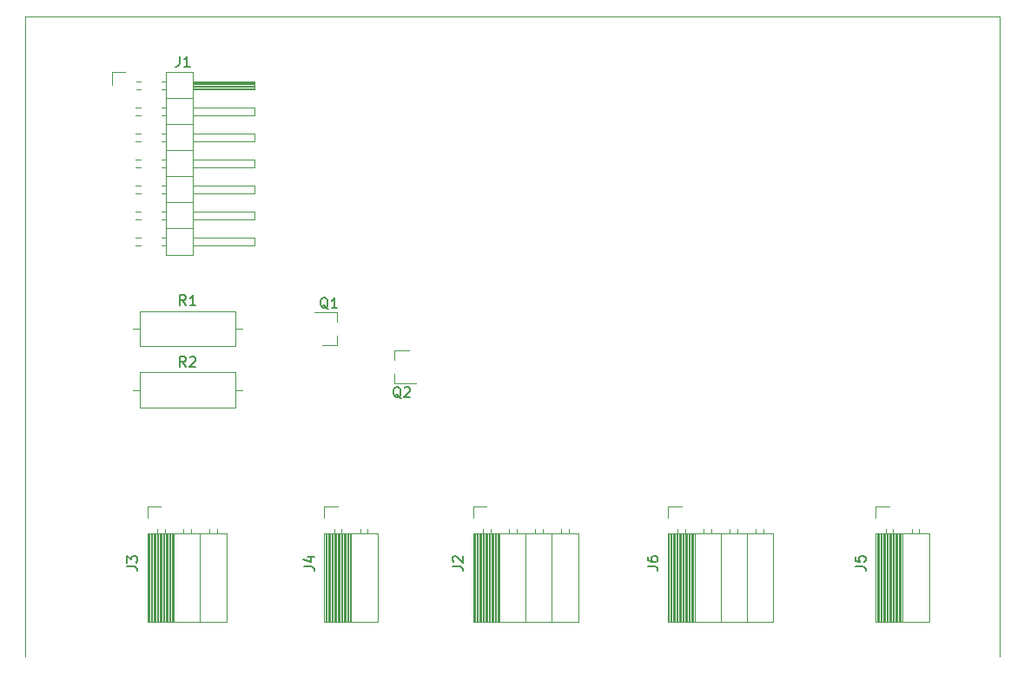
<source format=gbr>
G04 #@! TF.GenerationSoftware,KiCad,Pcbnew,(5.1.4)-1*
G04 #@! TF.CreationDate,2019-08-22T22:42:39+09:00*
G04 #@! TF.ProjectId,kagisys_shield,6b616769-7379-4735-9f73-6869656c642e,rev?*
G04 #@! TF.SameCoordinates,Original*
G04 #@! TF.FileFunction,Legend,Top*
G04 #@! TF.FilePolarity,Positive*
%FSLAX46Y46*%
G04 Gerber Fmt 4.6, Leading zero omitted, Abs format (unit mm)*
G04 Created by KiCad (PCBNEW (5.1.4)-1) date 2019-08-22 22:42:39*
%MOMM*%
%LPD*%
G04 APERTURE LIST*
%ADD10C,0.120000*%
%ADD11C,0.150000*%
G04 APERTURE END LIST*
D10*
X95000000Y-50000000D02*
X95000000Y-112500000D01*
X190000000Y-50000000D02*
X95000000Y-50000000D01*
X190000000Y-112500000D02*
X190000000Y-50000000D01*
X138790000Y-109090000D02*
X138790000Y-100460000D01*
X138908095Y-109090000D02*
X138908095Y-100460000D01*
X139026190Y-109090000D02*
X139026190Y-100460000D01*
X139144285Y-109090000D02*
X139144285Y-100460000D01*
X139262380Y-109090000D02*
X139262380Y-100460000D01*
X139380475Y-109090000D02*
X139380475Y-100460000D01*
X139498570Y-109090000D02*
X139498570Y-100460000D01*
X139616665Y-109090000D02*
X139616665Y-100460000D01*
X139734760Y-109090000D02*
X139734760Y-100460000D01*
X139852855Y-109090000D02*
X139852855Y-100460000D01*
X139970950Y-109090000D02*
X139970950Y-100460000D01*
X140089045Y-109090000D02*
X140089045Y-100460000D01*
X140207140Y-109090000D02*
X140207140Y-100460000D01*
X140325235Y-109090000D02*
X140325235Y-100460000D01*
X140443330Y-109090000D02*
X140443330Y-100460000D01*
X140561425Y-109090000D02*
X140561425Y-100460000D01*
X140679520Y-109090000D02*
X140679520Y-100460000D01*
X140797615Y-109090000D02*
X140797615Y-100460000D01*
X140915710Y-109090000D02*
X140915710Y-100460000D01*
X141033805Y-109090000D02*
X141033805Y-100460000D01*
X141151900Y-109090000D02*
X141151900Y-100460000D01*
X139640000Y-100460000D02*
X139640000Y-100110000D01*
X140360000Y-100460000D02*
X140360000Y-100110000D01*
X142180000Y-100460000D02*
X142180000Y-100050000D01*
X142900000Y-100460000D02*
X142900000Y-100050000D01*
X144720000Y-100460000D02*
X144720000Y-100050000D01*
X145440000Y-100460000D02*
X145440000Y-100050000D01*
X147260000Y-100460000D02*
X147260000Y-100050000D01*
X147980000Y-100460000D02*
X147980000Y-100050000D01*
X141270000Y-109090000D02*
X141270000Y-100460000D01*
X143810000Y-109090000D02*
X143810000Y-100460000D01*
X146350000Y-109090000D02*
X146350000Y-100460000D01*
X138670000Y-109090000D02*
X138670000Y-100460000D01*
X138670000Y-100460000D02*
X148950000Y-100460000D01*
X148950000Y-109090000D02*
X148950000Y-100460000D01*
X138670000Y-109090000D02*
X148950000Y-109090000D01*
X138670000Y-97890000D02*
X140000000Y-97890000D01*
X138670000Y-99000000D02*
X138670000Y-97890000D01*
X107040000Y-109090000D02*
X107040000Y-100460000D01*
X107158095Y-109090000D02*
X107158095Y-100460000D01*
X107276190Y-109090000D02*
X107276190Y-100460000D01*
X107394285Y-109090000D02*
X107394285Y-100460000D01*
X107512380Y-109090000D02*
X107512380Y-100460000D01*
X107630475Y-109090000D02*
X107630475Y-100460000D01*
X107748570Y-109090000D02*
X107748570Y-100460000D01*
X107866665Y-109090000D02*
X107866665Y-100460000D01*
X107984760Y-109090000D02*
X107984760Y-100460000D01*
X108102855Y-109090000D02*
X108102855Y-100460000D01*
X108220950Y-109090000D02*
X108220950Y-100460000D01*
X108339045Y-109090000D02*
X108339045Y-100460000D01*
X108457140Y-109090000D02*
X108457140Y-100460000D01*
X108575235Y-109090000D02*
X108575235Y-100460000D01*
X108693330Y-109090000D02*
X108693330Y-100460000D01*
X108811425Y-109090000D02*
X108811425Y-100460000D01*
X108929520Y-109090000D02*
X108929520Y-100460000D01*
X109047615Y-109090000D02*
X109047615Y-100460000D01*
X109165710Y-109090000D02*
X109165710Y-100460000D01*
X109283805Y-109090000D02*
X109283805Y-100460000D01*
X109401900Y-109090000D02*
X109401900Y-100460000D01*
X107890000Y-100460000D02*
X107890000Y-100110000D01*
X108610000Y-100460000D02*
X108610000Y-100110000D01*
X110430000Y-100460000D02*
X110430000Y-100050000D01*
X111150000Y-100460000D02*
X111150000Y-100050000D01*
X112970000Y-100460000D02*
X112970000Y-100050000D01*
X113690000Y-100460000D02*
X113690000Y-100050000D01*
X109520000Y-109090000D02*
X109520000Y-100460000D01*
X112060000Y-109090000D02*
X112060000Y-100460000D01*
X106920000Y-109090000D02*
X106920000Y-100460000D01*
X106920000Y-100460000D02*
X114660000Y-100460000D01*
X114660000Y-109090000D02*
X114660000Y-100460000D01*
X106920000Y-109090000D02*
X114660000Y-109090000D01*
X106920000Y-97890000D02*
X108250000Y-97890000D01*
X106920000Y-99000000D02*
X106920000Y-97890000D01*
X124290000Y-109090000D02*
X124290000Y-100460000D01*
X124408095Y-109090000D02*
X124408095Y-100460000D01*
X124526190Y-109090000D02*
X124526190Y-100460000D01*
X124644285Y-109090000D02*
X124644285Y-100460000D01*
X124762380Y-109090000D02*
X124762380Y-100460000D01*
X124880475Y-109090000D02*
X124880475Y-100460000D01*
X124998570Y-109090000D02*
X124998570Y-100460000D01*
X125116665Y-109090000D02*
X125116665Y-100460000D01*
X125234760Y-109090000D02*
X125234760Y-100460000D01*
X125352855Y-109090000D02*
X125352855Y-100460000D01*
X125470950Y-109090000D02*
X125470950Y-100460000D01*
X125589045Y-109090000D02*
X125589045Y-100460000D01*
X125707140Y-109090000D02*
X125707140Y-100460000D01*
X125825235Y-109090000D02*
X125825235Y-100460000D01*
X125943330Y-109090000D02*
X125943330Y-100460000D01*
X126061425Y-109090000D02*
X126061425Y-100460000D01*
X126179520Y-109090000D02*
X126179520Y-100460000D01*
X126297615Y-109090000D02*
X126297615Y-100460000D01*
X126415710Y-109090000D02*
X126415710Y-100460000D01*
X126533805Y-109090000D02*
X126533805Y-100460000D01*
X126651900Y-109090000D02*
X126651900Y-100460000D01*
X125140000Y-100460000D02*
X125140000Y-100110000D01*
X125860000Y-100460000D02*
X125860000Y-100110000D01*
X127680000Y-100460000D02*
X127680000Y-100050000D01*
X128400000Y-100460000D02*
X128400000Y-100050000D01*
X126770000Y-109090000D02*
X126770000Y-100460000D01*
X124170000Y-109090000D02*
X124170000Y-100460000D01*
X124170000Y-100460000D02*
X129370000Y-100460000D01*
X129370000Y-109090000D02*
X129370000Y-100460000D01*
X124170000Y-109090000D02*
X129370000Y-109090000D01*
X124170000Y-97890000D02*
X125500000Y-97890000D01*
X124170000Y-99000000D02*
X124170000Y-97890000D01*
X177920000Y-99000000D02*
X177920000Y-97890000D01*
X177920000Y-97890000D02*
X179250000Y-97890000D01*
X177920000Y-109090000D02*
X183120000Y-109090000D01*
X183120000Y-109090000D02*
X183120000Y-100460000D01*
X177920000Y-100460000D02*
X183120000Y-100460000D01*
X177920000Y-109090000D02*
X177920000Y-100460000D01*
X180520000Y-109090000D02*
X180520000Y-100460000D01*
X182150000Y-100460000D02*
X182150000Y-100050000D01*
X181430000Y-100460000D02*
X181430000Y-100050000D01*
X179610000Y-100460000D02*
X179610000Y-100110000D01*
X178890000Y-100460000D02*
X178890000Y-100110000D01*
X180401900Y-109090000D02*
X180401900Y-100460000D01*
X180283805Y-109090000D02*
X180283805Y-100460000D01*
X180165710Y-109090000D02*
X180165710Y-100460000D01*
X180047615Y-109090000D02*
X180047615Y-100460000D01*
X179929520Y-109090000D02*
X179929520Y-100460000D01*
X179811425Y-109090000D02*
X179811425Y-100460000D01*
X179693330Y-109090000D02*
X179693330Y-100460000D01*
X179575235Y-109090000D02*
X179575235Y-100460000D01*
X179457140Y-109090000D02*
X179457140Y-100460000D01*
X179339045Y-109090000D02*
X179339045Y-100460000D01*
X179220950Y-109090000D02*
X179220950Y-100460000D01*
X179102855Y-109090000D02*
X179102855Y-100460000D01*
X178984760Y-109090000D02*
X178984760Y-100460000D01*
X178866665Y-109090000D02*
X178866665Y-100460000D01*
X178748570Y-109090000D02*
X178748570Y-100460000D01*
X178630475Y-109090000D02*
X178630475Y-100460000D01*
X178512380Y-109090000D02*
X178512380Y-100460000D01*
X178394285Y-109090000D02*
X178394285Y-100460000D01*
X178276190Y-109090000D02*
X178276190Y-100460000D01*
X178158095Y-109090000D02*
X178158095Y-100460000D01*
X178040000Y-109090000D02*
X178040000Y-100460000D01*
X157670000Y-99000000D02*
X157670000Y-97890000D01*
X157670000Y-97890000D02*
X159000000Y-97890000D01*
X157670000Y-109090000D02*
X167950000Y-109090000D01*
X167950000Y-109090000D02*
X167950000Y-100460000D01*
X157670000Y-100460000D02*
X167950000Y-100460000D01*
X157670000Y-109090000D02*
X157670000Y-100460000D01*
X165350000Y-109090000D02*
X165350000Y-100460000D01*
X162810000Y-109090000D02*
X162810000Y-100460000D01*
X160270000Y-109090000D02*
X160270000Y-100460000D01*
X166980000Y-100460000D02*
X166980000Y-100050000D01*
X166260000Y-100460000D02*
X166260000Y-100050000D01*
X164440000Y-100460000D02*
X164440000Y-100050000D01*
X163720000Y-100460000D02*
X163720000Y-100050000D01*
X161900000Y-100460000D02*
X161900000Y-100050000D01*
X161180000Y-100460000D02*
X161180000Y-100050000D01*
X159360000Y-100460000D02*
X159360000Y-100110000D01*
X158640000Y-100460000D02*
X158640000Y-100110000D01*
X160151900Y-109090000D02*
X160151900Y-100460000D01*
X160033805Y-109090000D02*
X160033805Y-100460000D01*
X159915710Y-109090000D02*
X159915710Y-100460000D01*
X159797615Y-109090000D02*
X159797615Y-100460000D01*
X159679520Y-109090000D02*
X159679520Y-100460000D01*
X159561425Y-109090000D02*
X159561425Y-100460000D01*
X159443330Y-109090000D02*
X159443330Y-100460000D01*
X159325235Y-109090000D02*
X159325235Y-100460000D01*
X159207140Y-109090000D02*
X159207140Y-100460000D01*
X159089045Y-109090000D02*
X159089045Y-100460000D01*
X158970950Y-109090000D02*
X158970950Y-100460000D01*
X158852855Y-109090000D02*
X158852855Y-100460000D01*
X158734760Y-109090000D02*
X158734760Y-100460000D01*
X158616665Y-109090000D02*
X158616665Y-100460000D01*
X158498570Y-109090000D02*
X158498570Y-100460000D01*
X158380475Y-109090000D02*
X158380475Y-100460000D01*
X158262380Y-109090000D02*
X158262380Y-100460000D01*
X158144285Y-109090000D02*
X158144285Y-100460000D01*
X158026190Y-109090000D02*
X158026190Y-100460000D01*
X157908095Y-109090000D02*
X157908095Y-100460000D01*
X157790000Y-109090000D02*
X157790000Y-100460000D01*
X108730000Y-55420000D02*
X108730000Y-73320000D01*
X108730000Y-73320000D02*
X111390000Y-73320000D01*
X111390000Y-73320000D02*
X111390000Y-55420000D01*
X111390000Y-55420000D02*
X108730000Y-55420000D01*
X111390000Y-56370000D02*
X117390000Y-56370000D01*
X117390000Y-56370000D02*
X117390000Y-57130000D01*
X117390000Y-57130000D02*
X111390000Y-57130000D01*
X111390000Y-56430000D02*
X117390000Y-56430000D01*
X111390000Y-56550000D02*
X117390000Y-56550000D01*
X111390000Y-56670000D02*
X117390000Y-56670000D01*
X111390000Y-56790000D02*
X117390000Y-56790000D01*
X111390000Y-56910000D02*
X117390000Y-56910000D01*
X111390000Y-57030000D02*
X117390000Y-57030000D01*
X108332929Y-56370000D02*
X108730000Y-56370000D01*
X108332929Y-57130000D02*
X108730000Y-57130000D01*
X105860000Y-56370000D02*
X106247071Y-56370000D01*
X105860000Y-57130000D02*
X106247071Y-57130000D01*
X108730000Y-58020000D02*
X111390000Y-58020000D01*
X111390000Y-58910000D02*
X117390000Y-58910000D01*
X117390000Y-58910000D02*
X117390000Y-59670000D01*
X117390000Y-59670000D02*
X111390000Y-59670000D01*
X108332929Y-58910000D02*
X108730000Y-58910000D01*
X108332929Y-59670000D02*
X108730000Y-59670000D01*
X105792929Y-58910000D02*
X106247071Y-58910000D01*
X105792929Y-59670000D02*
X106247071Y-59670000D01*
X108730000Y-60560000D02*
X111390000Y-60560000D01*
X111390000Y-61450000D02*
X117390000Y-61450000D01*
X117390000Y-61450000D02*
X117390000Y-62210000D01*
X117390000Y-62210000D02*
X111390000Y-62210000D01*
X108332929Y-61450000D02*
X108730000Y-61450000D01*
X108332929Y-62210000D02*
X108730000Y-62210000D01*
X105792929Y-61450000D02*
X106247071Y-61450000D01*
X105792929Y-62210000D02*
X106247071Y-62210000D01*
X108730000Y-63100000D02*
X111390000Y-63100000D01*
X111390000Y-63990000D02*
X117390000Y-63990000D01*
X117390000Y-63990000D02*
X117390000Y-64750000D01*
X117390000Y-64750000D02*
X111390000Y-64750000D01*
X108332929Y-63990000D02*
X108730000Y-63990000D01*
X108332929Y-64750000D02*
X108730000Y-64750000D01*
X105792929Y-63990000D02*
X106247071Y-63990000D01*
X105792929Y-64750000D02*
X106247071Y-64750000D01*
X108730000Y-65640000D02*
X111390000Y-65640000D01*
X111390000Y-66530000D02*
X117390000Y-66530000D01*
X117390000Y-66530000D02*
X117390000Y-67290000D01*
X117390000Y-67290000D02*
X111390000Y-67290000D01*
X108332929Y-66530000D02*
X108730000Y-66530000D01*
X108332929Y-67290000D02*
X108730000Y-67290000D01*
X105792929Y-66530000D02*
X106247071Y-66530000D01*
X105792929Y-67290000D02*
X106247071Y-67290000D01*
X108730000Y-68180000D02*
X111390000Y-68180000D01*
X111390000Y-69070000D02*
X117390000Y-69070000D01*
X117390000Y-69070000D02*
X117390000Y-69830000D01*
X117390000Y-69830000D02*
X111390000Y-69830000D01*
X108332929Y-69070000D02*
X108730000Y-69070000D01*
X108332929Y-69830000D02*
X108730000Y-69830000D01*
X105792929Y-69070000D02*
X106247071Y-69070000D01*
X105792929Y-69830000D02*
X106247071Y-69830000D01*
X108730000Y-70720000D02*
X111390000Y-70720000D01*
X111390000Y-71610000D02*
X117390000Y-71610000D01*
X117390000Y-71610000D02*
X117390000Y-72370000D01*
X117390000Y-72370000D02*
X111390000Y-72370000D01*
X108332929Y-71610000D02*
X108730000Y-71610000D01*
X108332929Y-72370000D02*
X108730000Y-72370000D01*
X105792929Y-71610000D02*
X106247071Y-71610000D01*
X105792929Y-72370000D02*
X106247071Y-72370000D01*
X103480000Y-56750000D02*
X103480000Y-55480000D01*
X103480000Y-55480000D02*
X104750000Y-55480000D01*
X125395000Y-82107000D02*
X125395000Y-81177000D01*
X125395000Y-78947000D02*
X125395000Y-79877000D01*
X125395000Y-78947000D02*
X123235000Y-78947000D01*
X125395000Y-82107000D02*
X123935000Y-82107000D01*
X130990000Y-82670000D02*
X132450000Y-82670000D01*
X130990000Y-85830000D02*
X133150000Y-85830000D01*
X130990000Y-85830000D02*
X130990000Y-84900000D01*
X130990000Y-82670000D02*
X130990000Y-83600000D01*
X116160000Y-80500000D02*
X115470000Y-80500000D01*
X105540000Y-80500000D02*
X106230000Y-80500000D01*
X115470000Y-78780000D02*
X106230000Y-78780000D01*
X115470000Y-82220000D02*
X115470000Y-78780000D01*
X106230000Y-82220000D02*
X115470000Y-82220000D01*
X106230000Y-78780000D02*
X106230000Y-82220000D01*
X106230000Y-84780000D02*
X106230000Y-88220000D01*
X106230000Y-88220000D02*
X115470000Y-88220000D01*
X115470000Y-88220000D02*
X115470000Y-84780000D01*
X115470000Y-84780000D02*
X106230000Y-84780000D01*
X105540000Y-86500000D02*
X106230000Y-86500000D01*
X116160000Y-86500000D02*
X115470000Y-86500000D01*
D11*
X136682380Y-103713333D02*
X137396666Y-103713333D01*
X137539523Y-103760952D01*
X137634761Y-103856190D01*
X137682380Y-103999047D01*
X137682380Y-104094285D01*
X136777619Y-103284761D02*
X136730000Y-103237142D01*
X136682380Y-103141904D01*
X136682380Y-102903809D01*
X136730000Y-102808571D01*
X136777619Y-102760952D01*
X136872857Y-102713333D01*
X136968095Y-102713333D01*
X137110952Y-102760952D01*
X137682380Y-103332380D01*
X137682380Y-102713333D01*
X104932380Y-103713333D02*
X105646666Y-103713333D01*
X105789523Y-103760952D01*
X105884761Y-103856190D01*
X105932380Y-103999047D01*
X105932380Y-104094285D01*
X104932380Y-103332380D02*
X104932380Y-102713333D01*
X105313333Y-103046666D01*
X105313333Y-102903809D01*
X105360952Y-102808571D01*
X105408571Y-102760952D01*
X105503809Y-102713333D01*
X105741904Y-102713333D01*
X105837142Y-102760952D01*
X105884761Y-102808571D01*
X105932380Y-102903809D01*
X105932380Y-103189523D01*
X105884761Y-103284761D01*
X105837142Y-103332380D01*
X122182380Y-103713333D02*
X122896666Y-103713333D01*
X123039523Y-103760952D01*
X123134761Y-103856190D01*
X123182380Y-103999047D01*
X123182380Y-104094285D01*
X122515714Y-102808571D02*
X123182380Y-102808571D01*
X122134761Y-103046666D02*
X122849047Y-103284761D01*
X122849047Y-102665714D01*
X175932380Y-103713333D02*
X176646666Y-103713333D01*
X176789523Y-103760952D01*
X176884761Y-103856190D01*
X176932380Y-103999047D01*
X176932380Y-104094285D01*
X175932380Y-102760952D02*
X175932380Y-103237142D01*
X176408571Y-103284761D01*
X176360952Y-103237142D01*
X176313333Y-103141904D01*
X176313333Y-102903809D01*
X176360952Y-102808571D01*
X176408571Y-102760952D01*
X176503809Y-102713333D01*
X176741904Y-102713333D01*
X176837142Y-102760952D01*
X176884761Y-102808571D01*
X176932380Y-102903809D01*
X176932380Y-103141904D01*
X176884761Y-103237142D01*
X176837142Y-103284761D01*
X155682380Y-103713333D02*
X156396666Y-103713333D01*
X156539523Y-103760952D01*
X156634761Y-103856190D01*
X156682380Y-103999047D01*
X156682380Y-104094285D01*
X155682380Y-102808571D02*
X155682380Y-102999047D01*
X155730000Y-103094285D01*
X155777619Y-103141904D01*
X155920476Y-103237142D01*
X156110952Y-103284761D01*
X156491904Y-103284761D01*
X156587142Y-103237142D01*
X156634761Y-103189523D01*
X156682380Y-103094285D01*
X156682380Y-102903809D01*
X156634761Y-102808571D01*
X156587142Y-102760952D01*
X156491904Y-102713333D01*
X156253809Y-102713333D01*
X156158571Y-102760952D01*
X156110952Y-102808571D01*
X156063333Y-102903809D01*
X156063333Y-103094285D01*
X156110952Y-103189523D01*
X156158571Y-103237142D01*
X156253809Y-103284761D01*
X110071666Y-53932380D02*
X110071666Y-54646666D01*
X110024047Y-54789523D01*
X109928809Y-54884761D01*
X109785952Y-54932380D01*
X109690714Y-54932380D01*
X111071666Y-54932380D02*
X110500238Y-54932380D01*
X110785952Y-54932380D02*
X110785952Y-53932380D01*
X110690714Y-54075238D01*
X110595476Y-54170476D01*
X110500238Y-54218095D01*
X124539761Y-78574619D02*
X124444523Y-78527000D01*
X124349285Y-78431761D01*
X124206428Y-78288904D01*
X124111190Y-78241285D01*
X124015952Y-78241285D01*
X124063571Y-78479380D02*
X123968333Y-78431761D01*
X123873095Y-78336523D01*
X123825476Y-78146047D01*
X123825476Y-77812714D01*
X123873095Y-77622238D01*
X123968333Y-77527000D01*
X124063571Y-77479380D01*
X124254047Y-77479380D01*
X124349285Y-77527000D01*
X124444523Y-77622238D01*
X124492142Y-77812714D01*
X124492142Y-78146047D01*
X124444523Y-78336523D01*
X124349285Y-78431761D01*
X124254047Y-78479380D01*
X124063571Y-78479380D01*
X125444523Y-78479380D02*
X124873095Y-78479380D01*
X125158809Y-78479380D02*
X125158809Y-77479380D01*
X125063571Y-77622238D01*
X124968333Y-77717476D01*
X124873095Y-77765095D01*
X131654761Y-87297619D02*
X131559523Y-87250000D01*
X131464285Y-87154761D01*
X131321428Y-87011904D01*
X131226190Y-86964285D01*
X131130952Y-86964285D01*
X131178571Y-87202380D02*
X131083333Y-87154761D01*
X130988095Y-87059523D01*
X130940476Y-86869047D01*
X130940476Y-86535714D01*
X130988095Y-86345238D01*
X131083333Y-86250000D01*
X131178571Y-86202380D01*
X131369047Y-86202380D01*
X131464285Y-86250000D01*
X131559523Y-86345238D01*
X131607142Y-86535714D01*
X131607142Y-86869047D01*
X131559523Y-87059523D01*
X131464285Y-87154761D01*
X131369047Y-87202380D01*
X131178571Y-87202380D01*
X131988095Y-86297619D02*
X132035714Y-86250000D01*
X132130952Y-86202380D01*
X132369047Y-86202380D01*
X132464285Y-86250000D01*
X132511904Y-86297619D01*
X132559523Y-86392857D01*
X132559523Y-86488095D01*
X132511904Y-86630952D01*
X131940476Y-87202380D01*
X132559523Y-87202380D01*
X110683333Y-78232380D02*
X110350000Y-77756190D01*
X110111904Y-78232380D02*
X110111904Y-77232380D01*
X110492857Y-77232380D01*
X110588095Y-77280000D01*
X110635714Y-77327619D01*
X110683333Y-77422857D01*
X110683333Y-77565714D01*
X110635714Y-77660952D01*
X110588095Y-77708571D01*
X110492857Y-77756190D01*
X110111904Y-77756190D01*
X111635714Y-78232380D02*
X111064285Y-78232380D01*
X111350000Y-78232380D02*
X111350000Y-77232380D01*
X111254761Y-77375238D01*
X111159523Y-77470476D01*
X111064285Y-77518095D01*
X110683333Y-84232380D02*
X110350000Y-83756190D01*
X110111904Y-84232380D02*
X110111904Y-83232380D01*
X110492857Y-83232380D01*
X110588095Y-83280000D01*
X110635714Y-83327619D01*
X110683333Y-83422857D01*
X110683333Y-83565714D01*
X110635714Y-83660952D01*
X110588095Y-83708571D01*
X110492857Y-83756190D01*
X110111904Y-83756190D01*
X111064285Y-83327619D02*
X111111904Y-83280000D01*
X111207142Y-83232380D01*
X111445238Y-83232380D01*
X111540476Y-83280000D01*
X111588095Y-83327619D01*
X111635714Y-83422857D01*
X111635714Y-83518095D01*
X111588095Y-83660952D01*
X111016666Y-84232380D01*
X111635714Y-84232380D01*
M02*

</source>
